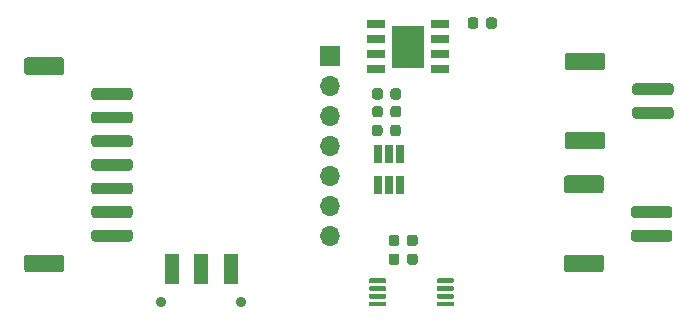
<source format=gbr>
%TF.GenerationSoftware,KiCad,Pcbnew,(5.1.10-1-10_14)*%
%TF.CreationDate,2021-06-08T20:51:40+08:00*%
%TF.ProjectId,network,6e657477-6f72-46b2-9e6b-696361645f70,rev?*%
%TF.SameCoordinates,Original*%
%TF.FileFunction,Soldermask,Top*%
%TF.FilePolarity,Negative*%
%FSLAX46Y46*%
G04 Gerber Fmt 4.6, Leading zero omitted, Abs format (unit mm)*
G04 Created by KiCad (PCBNEW (5.1.10-1-10_14)) date 2021-06-08 20:51:40*
%MOMM*%
%LPD*%
G01*
G04 APERTURE LIST*
%ADD10C,0.900000*%
%ADD11R,1.250000X2.500000*%
%ADD12O,1.700000X1.700000*%
%ADD13R,1.700000X1.700000*%
%ADD14R,0.650000X1.560000*%
%ADD15R,2.700000X3.600000*%
%ADD16R,1.500000X0.650000*%
G04 APERTURE END LIST*
D10*
%TO.C,SW1*%
X118900000Y-105800000D03*
X112100000Y-105800000D03*
D11*
X118000000Y-103050000D03*
X115500000Y-103050000D03*
X113000000Y-103050000D03*
%TD*%
%TO.C,J5*%
G36*
G01*
X100750000Y-101800000D02*
X103650000Y-101800000D01*
G75*
G02*
X103900000Y-102050000I0J-250000D01*
G01*
X103900000Y-103050000D01*
G75*
G02*
X103650000Y-103300000I-250000J0D01*
G01*
X100750000Y-103300000D01*
G75*
G02*
X100500000Y-103050000I0J250000D01*
G01*
X100500000Y-102050000D01*
G75*
G02*
X100750000Y-101800000I250000J0D01*
G01*
G37*
G36*
G01*
X100750000Y-85100000D02*
X103650000Y-85100000D01*
G75*
G02*
X103900000Y-85350000I0J-250000D01*
G01*
X103900000Y-86350000D01*
G75*
G02*
X103650000Y-86600000I-250000J0D01*
G01*
X100750000Y-86600000D01*
G75*
G02*
X100500000Y-86350000I0J250000D01*
G01*
X100500000Y-85350000D01*
G75*
G02*
X100750000Y-85100000I250000J0D01*
G01*
G37*
G36*
G01*
X106450000Y-99700000D02*
X109450000Y-99700000D01*
G75*
G02*
X109700000Y-99950000I0J-250000D01*
G01*
X109700000Y-100450000D01*
G75*
G02*
X109450000Y-100700000I-250000J0D01*
G01*
X106450000Y-100700000D01*
G75*
G02*
X106200000Y-100450000I0J250000D01*
G01*
X106200000Y-99950000D01*
G75*
G02*
X106450000Y-99700000I250000J0D01*
G01*
G37*
G36*
G01*
X106450000Y-97700000D02*
X109450000Y-97700000D01*
G75*
G02*
X109700000Y-97950000I0J-250000D01*
G01*
X109700000Y-98450000D01*
G75*
G02*
X109450000Y-98700000I-250000J0D01*
G01*
X106450000Y-98700000D01*
G75*
G02*
X106200000Y-98450000I0J250000D01*
G01*
X106200000Y-97950000D01*
G75*
G02*
X106450000Y-97700000I250000J0D01*
G01*
G37*
G36*
G01*
X106450000Y-95700000D02*
X109450000Y-95700000D01*
G75*
G02*
X109700000Y-95950000I0J-250000D01*
G01*
X109700000Y-96450000D01*
G75*
G02*
X109450000Y-96700000I-250000J0D01*
G01*
X106450000Y-96700000D01*
G75*
G02*
X106200000Y-96450000I0J250000D01*
G01*
X106200000Y-95950000D01*
G75*
G02*
X106450000Y-95700000I250000J0D01*
G01*
G37*
G36*
G01*
X106450000Y-93700000D02*
X109450000Y-93700000D01*
G75*
G02*
X109700000Y-93950000I0J-250000D01*
G01*
X109700000Y-94450000D01*
G75*
G02*
X109450000Y-94700000I-250000J0D01*
G01*
X106450000Y-94700000D01*
G75*
G02*
X106200000Y-94450000I0J250000D01*
G01*
X106200000Y-93950000D01*
G75*
G02*
X106450000Y-93700000I250000J0D01*
G01*
G37*
G36*
G01*
X106450000Y-91700000D02*
X109450000Y-91700000D01*
G75*
G02*
X109700000Y-91950000I0J-250000D01*
G01*
X109700000Y-92450000D01*
G75*
G02*
X109450000Y-92700000I-250000J0D01*
G01*
X106450000Y-92700000D01*
G75*
G02*
X106200000Y-92450000I0J250000D01*
G01*
X106200000Y-91950000D01*
G75*
G02*
X106450000Y-91700000I250000J0D01*
G01*
G37*
G36*
G01*
X106450000Y-89700000D02*
X109450000Y-89700000D01*
G75*
G02*
X109700000Y-89950000I0J-250000D01*
G01*
X109700000Y-90450000D01*
G75*
G02*
X109450000Y-90700000I-250000J0D01*
G01*
X106450000Y-90700000D01*
G75*
G02*
X106200000Y-90450000I0J250000D01*
G01*
X106200000Y-89950000D01*
G75*
G02*
X106450000Y-89700000I250000J0D01*
G01*
G37*
G36*
G01*
X106450000Y-87700000D02*
X109450000Y-87700000D01*
G75*
G02*
X109700000Y-87950000I0J-250000D01*
G01*
X109700000Y-88450000D01*
G75*
G02*
X109450000Y-88700000I-250000J0D01*
G01*
X106450000Y-88700000D01*
G75*
G02*
X106200000Y-88450000I0J250000D01*
G01*
X106200000Y-87950000D01*
G75*
G02*
X106450000Y-87700000I250000J0D01*
G01*
G37*
%TD*%
D12*
%TO.C,J4*%
X126400000Y-100240000D03*
X126400000Y-97700000D03*
X126400000Y-95160000D03*
X126400000Y-92620000D03*
X126400000Y-90080000D03*
X126400000Y-87540000D03*
D13*
X126400000Y-85000000D03*
%TD*%
%TO.C,R3*%
G36*
G01*
X130875000Y-89450000D02*
X130875000Y-89950000D01*
G75*
G02*
X130650000Y-90175000I-225000J0D01*
G01*
X130200000Y-90175000D01*
G75*
G02*
X129975000Y-89950000I0J225000D01*
G01*
X129975000Y-89450000D01*
G75*
G02*
X130200000Y-89225000I225000J0D01*
G01*
X130650000Y-89225000D01*
G75*
G02*
X130875000Y-89450000I0J-225000D01*
G01*
G37*
G36*
G01*
X132425000Y-89450000D02*
X132425000Y-89950000D01*
G75*
G02*
X132200000Y-90175000I-225000J0D01*
G01*
X131750000Y-90175000D01*
G75*
G02*
X131525000Y-89950000I0J225000D01*
G01*
X131525000Y-89450000D01*
G75*
G02*
X131750000Y-89225000I225000J0D01*
G01*
X132200000Y-89225000D01*
G75*
G02*
X132425000Y-89450000I0J-225000D01*
G01*
G37*
%TD*%
%TO.C,R2*%
G36*
G01*
X132275000Y-101950000D02*
X132275000Y-102450000D01*
G75*
G02*
X132050000Y-102675000I-225000J0D01*
G01*
X131600000Y-102675000D01*
G75*
G02*
X131375000Y-102450000I0J225000D01*
G01*
X131375000Y-101950000D01*
G75*
G02*
X131600000Y-101725000I225000J0D01*
G01*
X132050000Y-101725000D01*
G75*
G02*
X132275000Y-101950000I0J-225000D01*
G01*
G37*
G36*
G01*
X133825000Y-101950000D02*
X133825000Y-102450000D01*
G75*
G02*
X133600000Y-102675000I-225000J0D01*
G01*
X133150000Y-102675000D01*
G75*
G02*
X132925000Y-102450000I0J225000D01*
G01*
X132925000Y-101950000D01*
G75*
G02*
X133150000Y-101725000I225000J0D01*
G01*
X133600000Y-101725000D01*
G75*
G02*
X133825000Y-101950000I0J-225000D01*
G01*
G37*
%TD*%
%TO.C,R1*%
G36*
G01*
X131525000Y-88450000D02*
X131525000Y-87950000D01*
G75*
G02*
X131750000Y-87725000I225000J0D01*
G01*
X132200000Y-87725000D01*
G75*
G02*
X132425000Y-87950000I0J-225000D01*
G01*
X132425000Y-88450000D01*
G75*
G02*
X132200000Y-88675000I-225000J0D01*
G01*
X131750000Y-88675000D01*
G75*
G02*
X131525000Y-88450000I0J225000D01*
G01*
G37*
G36*
G01*
X129975000Y-88450000D02*
X129975000Y-87950000D01*
G75*
G02*
X130200000Y-87725000I225000J0D01*
G01*
X130650000Y-87725000D01*
G75*
G02*
X130875000Y-87950000I0J-225000D01*
G01*
X130875000Y-88450000D01*
G75*
G02*
X130650000Y-88675000I-225000J0D01*
G01*
X130200000Y-88675000D01*
G75*
G02*
X129975000Y-88450000I0J225000D01*
G01*
G37*
%TD*%
%TO.C,C3*%
G36*
G01*
X130850000Y-91050000D02*
X130850000Y-91550000D01*
G75*
G02*
X130625000Y-91775000I-225000J0D01*
G01*
X130175000Y-91775000D01*
G75*
G02*
X129950000Y-91550000I0J225000D01*
G01*
X129950000Y-91050000D01*
G75*
G02*
X130175000Y-90825000I225000J0D01*
G01*
X130625000Y-90825000D01*
G75*
G02*
X130850000Y-91050000I0J-225000D01*
G01*
G37*
G36*
G01*
X132400000Y-91050000D02*
X132400000Y-91550000D01*
G75*
G02*
X132175000Y-91775000I-225000J0D01*
G01*
X131725000Y-91775000D01*
G75*
G02*
X131500000Y-91550000I0J225000D01*
G01*
X131500000Y-91050000D01*
G75*
G02*
X131725000Y-90825000I225000J0D01*
G01*
X132175000Y-90825000D01*
G75*
G02*
X132400000Y-91050000I0J-225000D01*
G01*
G37*
%TD*%
%TO.C,C2*%
G36*
G01*
X132925000Y-100850000D02*
X132925000Y-100350000D01*
G75*
G02*
X133150000Y-100125000I225000J0D01*
G01*
X133600000Y-100125000D01*
G75*
G02*
X133825000Y-100350000I0J-225000D01*
G01*
X133825000Y-100850000D01*
G75*
G02*
X133600000Y-101075000I-225000J0D01*
G01*
X133150000Y-101075000D01*
G75*
G02*
X132925000Y-100850000I0J225000D01*
G01*
G37*
G36*
G01*
X131375000Y-100850000D02*
X131375000Y-100350000D01*
G75*
G02*
X131600000Y-100125000I225000J0D01*
G01*
X132050000Y-100125000D01*
G75*
G02*
X132275000Y-100350000I0J-225000D01*
G01*
X132275000Y-100850000D01*
G75*
G02*
X132050000Y-101075000I-225000J0D01*
G01*
X131600000Y-101075000D01*
G75*
G02*
X131375000Y-100850000I0J225000D01*
G01*
G37*
%TD*%
%TO.C,C1*%
G36*
G01*
X138975000Y-81950000D02*
X138975000Y-82450000D01*
G75*
G02*
X138750000Y-82675000I-225000J0D01*
G01*
X138300000Y-82675000D01*
G75*
G02*
X138075000Y-82450000I0J225000D01*
G01*
X138075000Y-81950000D01*
G75*
G02*
X138300000Y-81725000I225000J0D01*
G01*
X138750000Y-81725000D01*
G75*
G02*
X138975000Y-81950000I0J-225000D01*
G01*
G37*
G36*
G01*
X140525000Y-81950000D02*
X140525000Y-82450000D01*
G75*
G02*
X140300000Y-82675000I-225000J0D01*
G01*
X139850000Y-82675000D01*
G75*
G02*
X139625000Y-82450000I0J225000D01*
G01*
X139625000Y-81950000D01*
G75*
G02*
X139850000Y-81725000I225000J0D01*
G01*
X140300000Y-81725000D01*
G75*
G02*
X140525000Y-81950000I0J-225000D01*
G01*
G37*
%TD*%
%TO.C,U3*%
G36*
G01*
X131175000Y-105875000D02*
X131175000Y-106075000D01*
G75*
G02*
X131075000Y-106175000I-100000J0D01*
G01*
X129800000Y-106175000D01*
G75*
G02*
X129700000Y-106075000I0J100000D01*
G01*
X129700000Y-105875000D01*
G75*
G02*
X129800000Y-105775000I100000J0D01*
G01*
X131075000Y-105775000D01*
G75*
G02*
X131175000Y-105875000I0J-100000D01*
G01*
G37*
G36*
G01*
X131175000Y-105225000D02*
X131175000Y-105425000D01*
G75*
G02*
X131075000Y-105525000I-100000J0D01*
G01*
X129800000Y-105525000D01*
G75*
G02*
X129700000Y-105425000I0J100000D01*
G01*
X129700000Y-105225000D01*
G75*
G02*
X129800000Y-105125000I100000J0D01*
G01*
X131075000Y-105125000D01*
G75*
G02*
X131175000Y-105225000I0J-100000D01*
G01*
G37*
G36*
G01*
X131175000Y-104575000D02*
X131175000Y-104775000D01*
G75*
G02*
X131075000Y-104875000I-100000J0D01*
G01*
X129800000Y-104875000D01*
G75*
G02*
X129700000Y-104775000I0J100000D01*
G01*
X129700000Y-104575000D01*
G75*
G02*
X129800000Y-104475000I100000J0D01*
G01*
X131075000Y-104475000D01*
G75*
G02*
X131175000Y-104575000I0J-100000D01*
G01*
G37*
G36*
G01*
X131175000Y-103925000D02*
X131175000Y-104125000D01*
G75*
G02*
X131075000Y-104225000I-100000J0D01*
G01*
X129800000Y-104225000D01*
G75*
G02*
X129700000Y-104125000I0J100000D01*
G01*
X129700000Y-103925000D01*
G75*
G02*
X129800000Y-103825000I100000J0D01*
G01*
X131075000Y-103825000D01*
G75*
G02*
X131175000Y-103925000I0J-100000D01*
G01*
G37*
G36*
G01*
X136900000Y-103925000D02*
X136900000Y-104125000D01*
G75*
G02*
X136800000Y-104225000I-100000J0D01*
G01*
X135525000Y-104225000D01*
G75*
G02*
X135425000Y-104125000I0J100000D01*
G01*
X135425000Y-103925000D01*
G75*
G02*
X135525000Y-103825000I100000J0D01*
G01*
X136800000Y-103825000D01*
G75*
G02*
X136900000Y-103925000I0J-100000D01*
G01*
G37*
G36*
G01*
X136900000Y-104575000D02*
X136900000Y-104775000D01*
G75*
G02*
X136800000Y-104875000I-100000J0D01*
G01*
X135525000Y-104875000D01*
G75*
G02*
X135425000Y-104775000I0J100000D01*
G01*
X135425000Y-104575000D01*
G75*
G02*
X135525000Y-104475000I100000J0D01*
G01*
X136800000Y-104475000D01*
G75*
G02*
X136900000Y-104575000I0J-100000D01*
G01*
G37*
G36*
G01*
X136900000Y-105225000D02*
X136900000Y-105425000D01*
G75*
G02*
X136800000Y-105525000I-100000J0D01*
G01*
X135525000Y-105525000D01*
G75*
G02*
X135425000Y-105425000I0J100000D01*
G01*
X135425000Y-105225000D01*
G75*
G02*
X135525000Y-105125000I100000J0D01*
G01*
X136800000Y-105125000D01*
G75*
G02*
X136900000Y-105225000I0J-100000D01*
G01*
G37*
G36*
G01*
X136900000Y-105875000D02*
X136900000Y-106075000D01*
G75*
G02*
X136800000Y-106175000I-100000J0D01*
G01*
X135525000Y-106175000D01*
G75*
G02*
X135425000Y-106075000I0J100000D01*
G01*
X135425000Y-105875000D01*
G75*
G02*
X135525000Y-105775000I100000J0D01*
G01*
X136800000Y-105775000D01*
G75*
G02*
X136900000Y-105875000I0J-100000D01*
G01*
G37*
%TD*%
D14*
%TO.C,U2*%
X131400000Y-95950000D03*
X132350000Y-95950000D03*
X130450000Y-95950000D03*
X130450000Y-93250000D03*
X131400000Y-93250000D03*
X132350000Y-93250000D03*
%TD*%
D15*
%TO.C,U1*%
X133000000Y-84200000D03*
D16*
X130300000Y-86105000D03*
X130300000Y-84835000D03*
X130300000Y-83565000D03*
X130300000Y-82295000D03*
X135700000Y-82295000D03*
X135700000Y-83565000D03*
X135700000Y-84835000D03*
X135700000Y-86105000D03*
%TD*%
%TO.C,J3*%
G36*
G01*
X146550000Y-91400000D02*
X149450000Y-91400000D01*
G75*
G02*
X149700000Y-91650000I0J-250000D01*
G01*
X149700000Y-92650000D01*
G75*
G02*
X149450000Y-92900000I-250000J0D01*
G01*
X146550000Y-92900000D01*
G75*
G02*
X146300000Y-92650000I0J250000D01*
G01*
X146300000Y-91650000D01*
G75*
G02*
X146550000Y-91400000I250000J0D01*
G01*
G37*
G36*
G01*
X146550000Y-84700000D02*
X149450000Y-84700000D01*
G75*
G02*
X149700000Y-84950000I0J-250000D01*
G01*
X149700000Y-85950000D01*
G75*
G02*
X149450000Y-86200000I-250000J0D01*
G01*
X146550000Y-86200000D01*
G75*
G02*
X146300000Y-85950000I0J250000D01*
G01*
X146300000Y-84950000D01*
G75*
G02*
X146550000Y-84700000I250000J0D01*
G01*
G37*
G36*
G01*
X152250000Y-89300000D02*
X155250000Y-89300000D01*
G75*
G02*
X155500000Y-89550000I0J-250000D01*
G01*
X155500000Y-90050000D01*
G75*
G02*
X155250000Y-90300000I-250000J0D01*
G01*
X152250000Y-90300000D01*
G75*
G02*
X152000000Y-90050000I0J250000D01*
G01*
X152000000Y-89550000D01*
G75*
G02*
X152250000Y-89300000I250000J0D01*
G01*
G37*
G36*
G01*
X152250000Y-87300000D02*
X155250000Y-87300000D01*
G75*
G02*
X155500000Y-87550000I0J-250000D01*
G01*
X155500000Y-88050000D01*
G75*
G02*
X155250000Y-88300000I-250000J0D01*
G01*
X152250000Y-88300000D01*
G75*
G02*
X152000000Y-88050000I0J250000D01*
G01*
X152000000Y-87550000D01*
G75*
G02*
X152250000Y-87300000I250000J0D01*
G01*
G37*
%TD*%
%TO.C,J1*%
G36*
G01*
X146450000Y-101800000D02*
X149350000Y-101800000D01*
G75*
G02*
X149600000Y-102050000I0J-250000D01*
G01*
X149600000Y-103050000D01*
G75*
G02*
X149350000Y-103300000I-250000J0D01*
G01*
X146450000Y-103300000D01*
G75*
G02*
X146200000Y-103050000I0J250000D01*
G01*
X146200000Y-102050000D01*
G75*
G02*
X146450000Y-101800000I250000J0D01*
G01*
G37*
G36*
G01*
X146450000Y-95100000D02*
X149350000Y-95100000D01*
G75*
G02*
X149600000Y-95350000I0J-250000D01*
G01*
X149600000Y-96350000D01*
G75*
G02*
X149350000Y-96600000I-250000J0D01*
G01*
X146450000Y-96600000D01*
G75*
G02*
X146200000Y-96350000I0J250000D01*
G01*
X146200000Y-95350000D01*
G75*
G02*
X146450000Y-95100000I250000J0D01*
G01*
G37*
G36*
G01*
X152150000Y-99700000D02*
X155150000Y-99700000D01*
G75*
G02*
X155400000Y-99950000I0J-250000D01*
G01*
X155400000Y-100450000D01*
G75*
G02*
X155150000Y-100700000I-250000J0D01*
G01*
X152150000Y-100700000D01*
G75*
G02*
X151900000Y-100450000I0J250000D01*
G01*
X151900000Y-99950000D01*
G75*
G02*
X152150000Y-99700000I250000J0D01*
G01*
G37*
G36*
G01*
X152150000Y-97700000D02*
X155150000Y-97700000D01*
G75*
G02*
X155400000Y-97950000I0J-250000D01*
G01*
X155400000Y-98450000D01*
G75*
G02*
X155150000Y-98700000I-250000J0D01*
G01*
X152150000Y-98700000D01*
G75*
G02*
X151900000Y-98450000I0J250000D01*
G01*
X151900000Y-97950000D01*
G75*
G02*
X152150000Y-97700000I250000J0D01*
G01*
G37*
%TD*%
M02*

</source>
